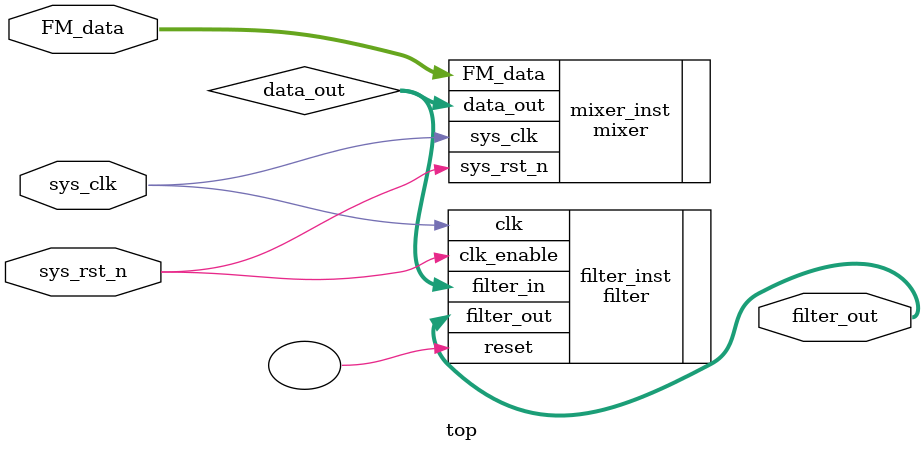
<source format=v>
module top
(
	input 			sys_clk,
	input 			sys_rst_n,
	input signed [15:0] FM_data,
	output signed [65:0] filter_out
	
);
wire signed [47:0] data_out;

mixer mixer_inst(
	.FM_data(FM_data),
	.sys_clk(sys_clk),
	.sys_rst_n(sys_rst_n),

	.data_out(data_out)
);

filter filter_inst(
    .clk(sys_clk),
    .clk_enable(sys_rst_n),
    .reset(),
    .filter_in(data_out),
    .filter_out(filter_out)
);

endmodule
</source>
